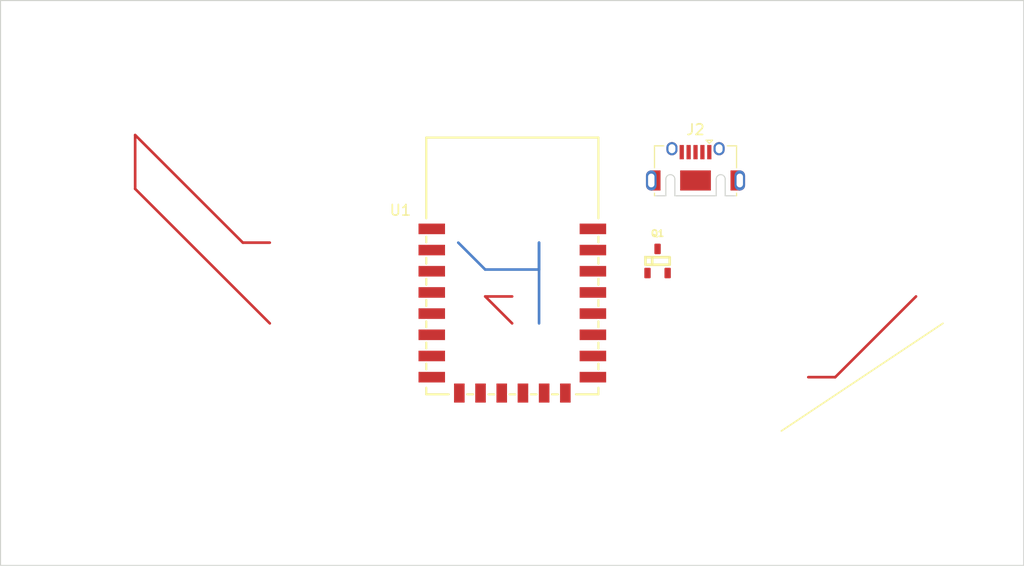
<source format=kicad_pcb>
(kicad_pcb (version 20221018) (generator pcbnew)
  (layers (0 "F.Cu" signal) (31 "B.Cu" signal) (34 "B.Paste" user) (35 "F.Paste" user) (36 "B.SilkS" user "B.Silkscreen") (37 "F.SilkS" user "F.Silkscreen") (38 "B.Mask" user) (39 "F.Mask" user) (44 "Edge.Cuts" user))
  (net 0 "")
  (net 1 "Net-(J2-VBUS)")
  (net 2 "/khối nguồn/C_D-")
  (net 3 "/khối nguồn/C_D+")
  (net 5 "GND")
  (net 6 "/buzeer/IO1")
  (net 7 "Net-(BZ1-+)")
  (net 8 "/esp32-c3/BT_C")
  (net 9 "/esp32-c3/IO1")
  (net 10 "/esp32-c3/RST")
  (net 11 "/esp32-c3/IO2")
  (net 12 "/esp32-c3/BT_D")
  (net 13 "/esp32-c3/IO4")
  (net 14 "/esp32-c3/BT_A")
  (net 15 "+3V3")
  (net 16 "/esp32-c3/SCLK")
  (net 17 "/esp32-c3/MOSI")
  (net 18 "/esp32-c3/BT_B")
  (net 19 "/esp32-c3/CSB")
  (net 20 "/esp32-c3/BOOT")
  (net 21 "/esp32-c3/C_D-")
  (net 22 "/esp32-c3/C_D+")
  (net 23 "/esp32-c3/RX")
  (net 24 "/esp32-c3/TX")
  (footprint "Connector_USB:USB_Micro-AB_Molex_47590-0001" (layer "F.Cu") (at 146.84 88.11)
    (fp_text reference "J2" (at 0 -4.8 -180) (layer "F.SilkS"))
    (fp_text value "USB_B_Micro")
    (fp_line (start -3.87 -3.27) (end -3.87 -1.2) (stroke (width 0.12)) (layer "F.SilkS"))
    (fp_line (start -3.87 -3.27) (end -3 -3.27) (stroke (width 0.12)) (layer "F.SilkS"))
    (fp_line (start -3.87 1.2) (end -3.87 1.45) (stroke (width 0.12)) (layer "F.SilkS"))
    (fp_line (start 1 -3.8) (end 1.6 -3.8) (stroke (width 0.12)) (layer "F.SilkS"))
    (fp_line (start 1.3 -3.5) (end 1 -3.8) (stroke (width 0.12)) (layer "F.SilkS"))
    (fp_line (start 1.3 -3.5) (end 1.6 -3.8) (stroke (width 0.12)) (layer "F.SilkS"))
    (fp_line (start 3 -3.27) (end 3.87 -3.27) (stroke (width 0.12)) (layer "F.SilkS"))
    (fp_line (start 3.87 -3.27) (end 3.87 -1.2) (stroke (width 0.12)) (layer "F.SilkS"))
    (fp_line (start 3.87 1.2) (end 3.87 1.45) (stroke (width 0.12)) (layer "F.SilkS"))
    (fp_line (start -3.75 1.45) (end -2.8 1.45) (stroke (width 0.1)) (layer "Edge.Cuts"))
    (fp_line (start -2.8 -0.125) (end -2.8 1.45) (stroke (width 0.1)) (layer "Edge.Cuts"))
    (fp_line (start -1.95 -0.125) (end -1.95 1.45) (stroke (width 0.1)) (layer "Edge.Cuts"))
    (fp_line (start -1.95 1.45) (end 1.95 1.45) (stroke (width 0.1)) (layer "Edge.Cuts"))
    (fp_line (start 1.95 -0.125) (end 1.95 1.45) (stroke (width 0.1)) (layer "Edge.Cuts"))
    (fp_line (start 2.8 -0.125) (end 2.8 1.45) (stroke (width 0.1)) (layer "Edge.Cuts"))
    (fp_line (start 2.8 1.45) (end 3.75 1.45) (stroke (width 0.1)) (layer "Edge.Cuts"))
    (fp_arc (start -2.8 -0.125) (mid -2.375 -0.55) (end -1.95 -0.125) (stroke (width 0.1)) (layer "Edge.Cuts"))
    (fp_arc (start 1.95 -0.125) (mid 2.375 -0.55) (end 2.8 -0.125) (stroke (width 0.1)) (layer "Edge.Cuts"))
    (pad "1" smd rect (at 1.3 -2.675) (size 0.4 1.35) (layers "F.Cu" "F.Paste" "F.Mask") (net 1 "Net-(J2-VBUS)"))
    (pad "2" smd rect (at 0.65 -2.675) (size 0.4 1.35) (layers "F.Cu" "F.Paste" "F.Mask") (net 2 "/khối nguồn/C_D-"))
    (pad "3" smd rect (at 0 -2.675) (size 0.4 1.35) (layers "F.Cu" "F.Paste" "F.Mask") (net 3 "/khối nguồn/C_D+"))
    (pad "4" smd rect (at -0.65 -2.675) (size 0.4 1.35) (layers "F.Cu" "F.Paste" "F.Mask"))
    (pad "5" smd rect (at -1.3 -2.675) (size 0.4 1.35) (layers "F.Cu" "F.Paste" "F.Mask") (net 5 "GND"))
    (pad "6" thru_hole oval (at -4.175 0) (size 1 1.9) (drill oval 0.6 1.3) (layers "*.Cu" "*.Mask") (net 5 "GND"))
    (pad "6" smd rect (at -3.7375 0) (size 0.875 1.9) (layers "F.Cu" "F.Mask") (net 5 "GND"))
    (pad "6" thru_hole oval (at -2.225 -3) (size 1.05 1.25) (drill oval 0.65 0.85) (layers "*.Cu" "*.Mask") (net 5 "GND"))
    (pad "6" smd rect (at 0 0) (size 2.9 1.9) (layers "F.Cu" "F.Paste" "F.Mask") (net 5 "GND"))
    (pad "6" thru_hole oval (at 2.225 -3) (size 1.05 1.25) (drill oval 0.65 0.85) (layers "*.Cu" "*.Mask") (net 5 "GND"))
    (pad "6" smd rect (at 3.7375 0) (size 0.875 1.9) (layers "F.Cu" "F.Mask") (net 5 "GND"))
    (pad "6" thru_hole oval (at 4.175 0) (size 1 1.9) (drill oval 0.6 1.3) (layers "*.Cu" "*.Mask") (net 5 "GND"))
  )
  (footprint "IVS_FOOTPRINTS:SOT23-3" (layer "F.Cu") (at 143.26 95.71)
    (fp_text reference "Q1" (at 0 -2.6 unlocked) (layer "F.SilkS") (effects (font (size 0.6 0.6) (thickness 0.15) bold)))
    (fp_text value "N_Mosfet")
    (fp_line (start -0.508 -0.3175) (end -0.508 0.3175) (stroke (width 0.25)) (layer "F.SilkS"))
    (fp_rect (start -1.143 -0.3556) (end 1.143 0.3556) (stroke (width 0.25)) (fill none) (layer "F.SilkS"))
    (pad "1" smd roundrect (at -0.95 1.1375 90) (size 1 0.6) (layers "F.Cu" "F.Paste" "F.Mask") (roundrect_rratio 0.15) (net 6 "/buzeer/IO1"))
    (pad "2" smd roundrect (at 0.95 1.1375 90) (size 1 0.6) (layers "F.Cu" "F.Paste" "F.Mask") (roundrect_rratio 0.15) (net 5 "GND"))
    (pad "3" smd roundrect (at 0 -1.1375 90) (size 1 0.6) (layers "F.Cu" "F.Paste" "F.Mask") (roundrect_rratio 0.15) (net 7 "Net-(BZ1-+)"))
  )
  (footprint "IVS_FOOTPRINTS:ESP8266-07__ESP32-C3-12F" (layer "F.Cu") (at 121.44 91.68)
    (fp_text reference "U1" (at -2.44 -0.76) (layer "F.SilkS"))
    (fp_text value "ESP32-C3-12F")
    (fp_line (start 0 -7.62) (end 16.24 -7.62) (stroke (width 0.2)) (layer "F.SilkS"))
    (fp_line (start 0 0) (end 0 -7.62) (stroke (width 0.2)) (layer "F.SilkS"))
    (fp_line (start 0 1.7272) (end 0 2.286) (stroke (width 0.2)) (layer "F.SilkS"))
    (fp_line (start 0 3.7338) (end 0 4.2926) (stroke (width 0.2)) (layer "F.SilkS"))
    (fp_line (start 0 5.715) (end 0 6.2738) (stroke (width 0.2)) (layer "F.SilkS"))
    (fp_line (start 0 7.7216) (end 0 8.2804) (stroke (width 0.2)) (layer "F.SilkS"))
    (fp_line (start 0 9.7282) (end 0 10.287) (stroke (width 0.2)) (layer "F.SilkS"))
    (fp_line (start 0 11.7348) (end 0 12.2936) (stroke (width 0.2)) (layer "F.SilkS"))
    (fp_line (start 0 13.716) (end 0 14.2748) (stroke (width 0.2)) (layer "F.SilkS"))
    (fp_line (start 0 16.62) (end 0 16) (stroke (width 0.2)) (layer "F.SilkS"))
    (fp_line (start 2.12 16.62) (end 0 16.62) (stroke (width 0.2)) (layer "F.SilkS"))
    (fp_line (start 3.8608 16.62) (end 4.4196 16.62) (stroke (width 0.2)) (layer "F.SilkS"))
    (fp_line (start 5.8674 16.62) (end 6.4262 16.62) (stroke (width 0.2)) (layer "F.SilkS"))
    (fp_line (start 7.8486 16.62) (end 8.4074 16.62) (stroke (width 0.2)) (layer "F.SilkS"))
    (fp_line (start 9.8528 16.62) (end 10.4116 16.62) (stroke (width 0.2)) (layer "F.SilkS"))
    (fp_line (start 11.8594 16.62) (end 12.4182 16.62) (stroke (width 0.2)) (layer "F.SilkS"))
    (fp_line (start 16.24 -7.62) (end 16.24 0) (stroke (width 0.2)) (layer "F.SilkS"))
    (fp_line (start 16.24 1.7272) (end 16.24 2.286) (stroke (width 0.2)) (layer "F.SilkS"))
    (fp_line (start 16.24 3.7338) (end 16.24 4.2926) (stroke (width 0.2)) (layer "F.SilkS"))
    (fp_line (start 16.24 5.715) (end 16.24 6.2738) (stroke (width 0.2)) (layer "F.SilkS"))
    (fp_line (start 16.24 7.7216) (end 16.24 8.2804) (stroke (width 0.2)) (layer "F.SilkS"))
    (fp_line (start 16.24 9.7282) (end 16.24 10.287) (stroke (width 0.2)) (layer "F.SilkS"))
    (fp_line (start 16.24 11.7348) (end 16.24 12.2936) (stroke (width 0.2)) (layer "F.SilkS"))
    (fp_line (start 16.24 13.716) (end 16.24 14.2748) (stroke (width 0.2)) (layer "F.SilkS"))
    (fp_line (start 16.24 16) (end 16.24 16.62) (stroke (width 0.2)) (layer "F.SilkS"))
    (fp_line (start 16.24 16.62) (end 14.12 16.62) (stroke (width 0.2)) (layer "F.SilkS"))
    (pad "1" smd rect (at 0.52 1) (size 2.5 1) (layers "F.Cu" "F.Paste" "F.Mask") (net 8 "/esp32-c3/BT_C"))
    (pad "2" smd rect (at 0.52 3) (size 2.5 1) (layers "F.Cu" "F.Paste" "F.Mask") (net 9 "/esp32-c3/IO1"))
    (pad "3" smd rect (at 0.52 5) (size 2.5 1) (layers "F.Cu" "F.Paste" "F.Mask") (net 10 "/esp32-c3/RST"))
    (pad "4" smd rect (at 0.52 7) (size 2.5 1) (layers "F.Cu" "F.Paste" "F.Mask") (net 11 "/esp32-c3/IO2"))
    (pad "5" smd rect (at 0.52 9) (size 2.5 1) (layers "F.Cu" "F.Paste" "F.Mask") (net 12 "/esp32-c3/BT_D"))
    (pad "6" smd rect (at 0.52 11) (size 2.5 1) (layers "F.Cu" "F.Paste" "F.Mask") (net 13 "/esp32-c3/IO4"))
    (pad "7" smd rect (at 0.52 13) (size 2.5 1) (layers "F.Cu" "F.Paste" "F.Mask") (net 14 "/esp32-c3/BT_A"))
    (pad "8" smd rect (at 0.52 15) (size 2.5 1) (layers "F.Cu" "F.Paste" "F.Mask") (net 15 "+3V3"))
    (pad "9" smd rect (at 3.12 16.5) (size 1 1.8) (layers "F.Cu" "F.Paste" "F.Mask"))
    (pad "10" smd rect (at 5.12 16.5) (size 1 1.8) (layers "F.Cu" "F.Paste" "F.Mask"))
    (pad "11" smd rect (at 7.12 16.5) (size 1 1.8) (layers "F.Cu" "F.Paste" "F.Mask"))
    (pad "12" smd rect (at 9.12 16.5) (size 1 1.8) (layers "F.Cu" "F.Paste" "F.Mask") (net 16 "/esp32-c3/SCLK"))
    (pad "13" smd rect (at 11.12 16.5) (size 1 1.8) (layers "F.Cu" "F.Paste" "F.Mask") (net 17 "/esp32-c3/MOSI"))
    (pad "14" smd rect (at 13.12 16.5) (size 1 1.8) (layers "F.Cu" "F.Paste" "F.Mask"))
    (pad "15" smd rect (at 15.72 15) (size 2.5 1) (layers "F.Cu" "F.Paste" "F.Mask") (net 5 "GND"))
    (pad "16" smd rect (at 15.72 13) (size 2.5 1) (layers "F.Cu" "F.Paste" "F.Mask") (net 18 "/esp32-c3/BT_B"))
    (pad "17" smd rect (at 15.72 11) (size 2.5 1) (layers "F.Cu" "F.Paste" "F.Mask") (net 19 "/esp32-c3/CSB"))
    (pad "18" smd rect (at 15.72 9) (size 2.5 1) (layers "F.Cu" "F.Paste" "F.Mask") (net 20 "/esp32-c3/BOOT"))
    (pad "19" smd rect (at 15.72 7) (size 2.5 1) (layers "F.Cu" "F.Paste" "F.Mask") (net 21 "/esp32-c3/C_D-"))
    (pad "20" smd rect (at 15.72 5) (size 2.5 1) (layers "F.Cu" "F.Paste" "F.Mask") (net 22 "/esp32-c3/C_D+"))
    (pad "21" smd rect (at 15.72 3) (size 2.5 1) (layers "F.Cu" "F.Paste" "F.Mask") (net 23 "/esp32-c3/RX"))
    (pad "22" smd rect (at 15.72 1) (size 2.5 1) (layers "F.Cu" "F.Paste" "F.Mask") (net 24 "/esp32-c3/TX"))
  )
  (gr_line (start 170.18 101.6) (end 154.94 111.76) (stroke (width 0.15)) (layer "F.SilkS"))
  (gr_rect (start 81.28 71.12) (end 177.8 124.46) (stroke (width 0.1)) (fill none) (layer "Edge.Cuts"))
  (segment (start 106.68 101.6) (end 93.98 88.9) (width 0.25) (layer "F.Cu") (net 0))
  (segment (start 104.14 93.98) (end 106.68 93.98) (width 0.25) (layer "F.Cu") (net 0))
  (segment (start 93.98 83.82) (end 104.14 93.98) (width 0.25) (layer "F.Cu") (net 0))
  (segment (start 129.54 101.6) (end 127 99.06) (width 0.25) (layer "F.Cu") (net 0))
  (segment (start 127 99.06) (end 129.54 99.06) (width 0.25) (layer "F.Cu") (net 0))
  (segment (start 160.02 106.68) (end 157.48 106.68) (width 0.25) (layer "F.Cu") (net 0))
  (segment (start 93.98 88.9) (end 93.98 83.82) (width 0.25) (layer "F.Cu") (net 0))
  (segment (start 167.64 99.06) (end 160.02 106.68) (width 0.25) (layer "F.Cu") (net 0))
  (segment (start 124.46 93.98) (end 127 96.52) (width 0.25) (layer "B.Cu") (net 0))
  (segment (start 127 96.52) (end 132.08 96.52) (width 0.25) (layer "B.Cu") (net 0))
  (segment (start 132.08 96.52) (end 132.08 93.98) (width 0.25) (layer "B.Cu") (net 0))
  (segment (start 132.08 93.98) (end 132.08 101.6) (width 0.25) (layer "B.Cu") (net 0))
)
</source>
